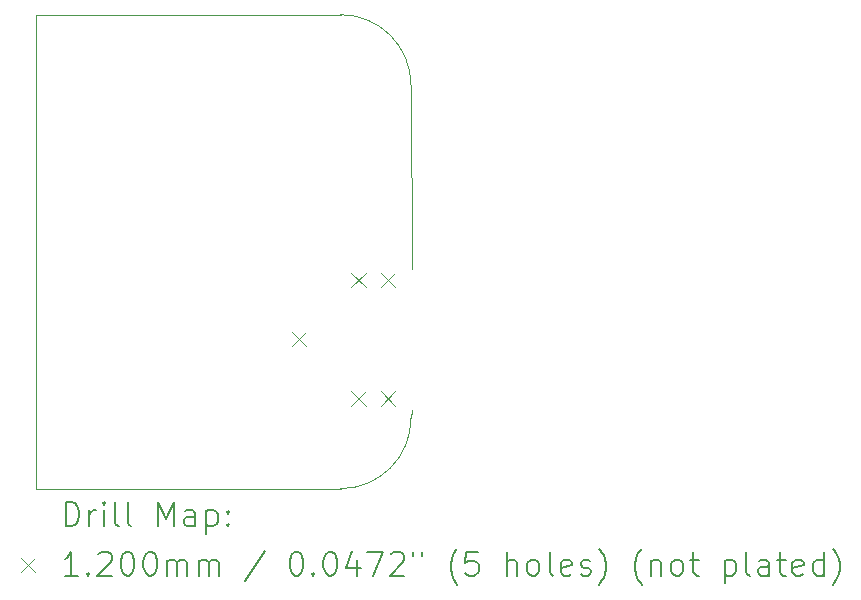
<source format=gbr>
%FSLAX45Y45*%
G04 Gerber Fmt 4.5, Leading zero omitted, Abs format (unit mm)*
G04 Created by KiCad (PCBNEW (6.0.0)) date 2022-11-09 00:51:09*
%MOMM*%
%LPD*%
G01*
G04 APERTURE LIST*
%TA.AperFunction,Profile*%
%ADD10C,0.100000*%
%TD*%
%ADD11C,0.200000*%
%ADD12C,0.120000*%
G04 APERTURE END LIST*
D10*
X14148100Y-8763000D02*
X14152800Y-8696250D01*
X10972800Y-5346700D02*
X10972800Y-9258300D01*
X13170200Y-5346700D02*
X13551200Y-5346700D01*
X13551200Y-9359900D02*
G75*
G03*
X14148100Y-8763000I0J596900D01*
G01*
X14152800Y-7496250D02*
X14148100Y-5943600D01*
X14148100Y-5943600D02*
G75*
G03*
X13551200Y-5346700I-596900J0D01*
G01*
X13551200Y-9359900D02*
X10972800Y-9359900D01*
X13170200Y-5346700D02*
X10972800Y-5346700D01*
X10972800Y-9258300D02*
X10972800Y-9359900D01*
D11*
D12*
X13142800Y-8036250D02*
X13262800Y-8156250D01*
X13262800Y-8036250D02*
X13142800Y-8156250D01*
X13642800Y-7536250D02*
X13762800Y-7656250D01*
X13762800Y-7536250D02*
X13642800Y-7656250D01*
X13642800Y-8536250D02*
X13762800Y-8656250D01*
X13762800Y-8536250D02*
X13642800Y-8656250D01*
X13892800Y-7536250D02*
X14012800Y-7656250D01*
X14012800Y-7536250D02*
X13892800Y-7656250D01*
X13892800Y-8536250D02*
X14012800Y-8656250D01*
X14012800Y-8536250D02*
X13892800Y-8656250D01*
D11*
X11225419Y-9675376D02*
X11225419Y-9475376D01*
X11273038Y-9475376D01*
X11301609Y-9484900D01*
X11320657Y-9503948D01*
X11330181Y-9522995D01*
X11339705Y-9561090D01*
X11339705Y-9589662D01*
X11330181Y-9627757D01*
X11320657Y-9646805D01*
X11301609Y-9665852D01*
X11273038Y-9675376D01*
X11225419Y-9675376D01*
X11425419Y-9675376D02*
X11425419Y-9542043D01*
X11425419Y-9580138D02*
X11434943Y-9561090D01*
X11444467Y-9551567D01*
X11463514Y-9542043D01*
X11482562Y-9542043D01*
X11549228Y-9675376D02*
X11549228Y-9542043D01*
X11549228Y-9475376D02*
X11539705Y-9484900D01*
X11549228Y-9494424D01*
X11558752Y-9484900D01*
X11549228Y-9475376D01*
X11549228Y-9494424D01*
X11673038Y-9675376D02*
X11653990Y-9665852D01*
X11644467Y-9646805D01*
X11644467Y-9475376D01*
X11777800Y-9675376D02*
X11758752Y-9665852D01*
X11749228Y-9646805D01*
X11749228Y-9475376D01*
X12006371Y-9675376D02*
X12006371Y-9475376D01*
X12073038Y-9618233D01*
X12139705Y-9475376D01*
X12139705Y-9675376D01*
X12320657Y-9675376D02*
X12320657Y-9570614D01*
X12311133Y-9551567D01*
X12292086Y-9542043D01*
X12253990Y-9542043D01*
X12234943Y-9551567D01*
X12320657Y-9665852D02*
X12301609Y-9675376D01*
X12253990Y-9675376D01*
X12234943Y-9665852D01*
X12225419Y-9646805D01*
X12225419Y-9627757D01*
X12234943Y-9608710D01*
X12253990Y-9599186D01*
X12301609Y-9599186D01*
X12320657Y-9589662D01*
X12415895Y-9542043D02*
X12415895Y-9742043D01*
X12415895Y-9551567D02*
X12434943Y-9542043D01*
X12473038Y-9542043D01*
X12492086Y-9551567D01*
X12501609Y-9561090D01*
X12511133Y-9580138D01*
X12511133Y-9637281D01*
X12501609Y-9656329D01*
X12492086Y-9665852D01*
X12473038Y-9675376D01*
X12434943Y-9675376D01*
X12415895Y-9665852D01*
X12596848Y-9656329D02*
X12606371Y-9665852D01*
X12596848Y-9675376D01*
X12587324Y-9665852D01*
X12596848Y-9656329D01*
X12596848Y-9675376D01*
X12596848Y-9551567D02*
X12606371Y-9561090D01*
X12596848Y-9570614D01*
X12587324Y-9561090D01*
X12596848Y-9551567D01*
X12596848Y-9570614D01*
D12*
X10847800Y-9944900D02*
X10967800Y-10064900D01*
X10967800Y-9944900D02*
X10847800Y-10064900D01*
D11*
X11330181Y-10095376D02*
X11215895Y-10095376D01*
X11273038Y-10095376D02*
X11273038Y-9895376D01*
X11253990Y-9923948D01*
X11234943Y-9942995D01*
X11215895Y-9952519D01*
X11415895Y-10076329D02*
X11425419Y-10085852D01*
X11415895Y-10095376D01*
X11406371Y-10085852D01*
X11415895Y-10076329D01*
X11415895Y-10095376D01*
X11501609Y-9914424D02*
X11511133Y-9904900D01*
X11530181Y-9895376D01*
X11577800Y-9895376D01*
X11596848Y-9904900D01*
X11606371Y-9914424D01*
X11615895Y-9933471D01*
X11615895Y-9952519D01*
X11606371Y-9981090D01*
X11492086Y-10095376D01*
X11615895Y-10095376D01*
X11739705Y-9895376D02*
X11758752Y-9895376D01*
X11777800Y-9904900D01*
X11787324Y-9914424D01*
X11796848Y-9933471D01*
X11806371Y-9971567D01*
X11806371Y-10019186D01*
X11796848Y-10057281D01*
X11787324Y-10076329D01*
X11777800Y-10085852D01*
X11758752Y-10095376D01*
X11739705Y-10095376D01*
X11720657Y-10085852D01*
X11711133Y-10076329D01*
X11701609Y-10057281D01*
X11692086Y-10019186D01*
X11692086Y-9971567D01*
X11701609Y-9933471D01*
X11711133Y-9914424D01*
X11720657Y-9904900D01*
X11739705Y-9895376D01*
X11930181Y-9895376D02*
X11949228Y-9895376D01*
X11968276Y-9904900D01*
X11977800Y-9914424D01*
X11987324Y-9933471D01*
X11996848Y-9971567D01*
X11996848Y-10019186D01*
X11987324Y-10057281D01*
X11977800Y-10076329D01*
X11968276Y-10085852D01*
X11949228Y-10095376D01*
X11930181Y-10095376D01*
X11911133Y-10085852D01*
X11901609Y-10076329D01*
X11892086Y-10057281D01*
X11882562Y-10019186D01*
X11882562Y-9971567D01*
X11892086Y-9933471D01*
X11901609Y-9914424D01*
X11911133Y-9904900D01*
X11930181Y-9895376D01*
X12082562Y-10095376D02*
X12082562Y-9962043D01*
X12082562Y-9981090D02*
X12092086Y-9971567D01*
X12111133Y-9962043D01*
X12139705Y-9962043D01*
X12158752Y-9971567D01*
X12168276Y-9990614D01*
X12168276Y-10095376D01*
X12168276Y-9990614D02*
X12177800Y-9971567D01*
X12196848Y-9962043D01*
X12225419Y-9962043D01*
X12244467Y-9971567D01*
X12253990Y-9990614D01*
X12253990Y-10095376D01*
X12349228Y-10095376D02*
X12349228Y-9962043D01*
X12349228Y-9981090D02*
X12358752Y-9971567D01*
X12377800Y-9962043D01*
X12406371Y-9962043D01*
X12425419Y-9971567D01*
X12434943Y-9990614D01*
X12434943Y-10095376D01*
X12434943Y-9990614D02*
X12444467Y-9971567D01*
X12463514Y-9962043D01*
X12492086Y-9962043D01*
X12511133Y-9971567D01*
X12520657Y-9990614D01*
X12520657Y-10095376D01*
X12911133Y-9885852D02*
X12739705Y-10142995D01*
X13168276Y-9895376D02*
X13187324Y-9895376D01*
X13206371Y-9904900D01*
X13215895Y-9914424D01*
X13225419Y-9933471D01*
X13234943Y-9971567D01*
X13234943Y-10019186D01*
X13225419Y-10057281D01*
X13215895Y-10076329D01*
X13206371Y-10085852D01*
X13187324Y-10095376D01*
X13168276Y-10095376D01*
X13149228Y-10085852D01*
X13139705Y-10076329D01*
X13130181Y-10057281D01*
X13120657Y-10019186D01*
X13120657Y-9971567D01*
X13130181Y-9933471D01*
X13139705Y-9914424D01*
X13149228Y-9904900D01*
X13168276Y-9895376D01*
X13320657Y-10076329D02*
X13330181Y-10085852D01*
X13320657Y-10095376D01*
X13311133Y-10085852D01*
X13320657Y-10076329D01*
X13320657Y-10095376D01*
X13453990Y-9895376D02*
X13473038Y-9895376D01*
X13492086Y-9904900D01*
X13501609Y-9914424D01*
X13511133Y-9933471D01*
X13520657Y-9971567D01*
X13520657Y-10019186D01*
X13511133Y-10057281D01*
X13501609Y-10076329D01*
X13492086Y-10085852D01*
X13473038Y-10095376D01*
X13453990Y-10095376D01*
X13434943Y-10085852D01*
X13425419Y-10076329D01*
X13415895Y-10057281D01*
X13406371Y-10019186D01*
X13406371Y-9971567D01*
X13415895Y-9933471D01*
X13425419Y-9914424D01*
X13434943Y-9904900D01*
X13453990Y-9895376D01*
X13692086Y-9962043D02*
X13692086Y-10095376D01*
X13644467Y-9885852D02*
X13596848Y-10028710D01*
X13720657Y-10028710D01*
X13777800Y-9895376D02*
X13911133Y-9895376D01*
X13825419Y-10095376D01*
X13977800Y-9914424D02*
X13987324Y-9904900D01*
X14006371Y-9895376D01*
X14053990Y-9895376D01*
X14073038Y-9904900D01*
X14082562Y-9914424D01*
X14092086Y-9933471D01*
X14092086Y-9952519D01*
X14082562Y-9981090D01*
X13968276Y-10095376D01*
X14092086Y-10095376D01*
X14168276Y-9895376D02*
X14168276Y-9933471D01*
X14244467Y-9895376D02*
X14244467Y-9933471D01*
X14539705Y-10171567D02*
X14530181Y-10162043D01*
X14511133Y-10133471D01*
X14501609Y-10114424D01*
X14492086Y-10085852D01*
X14482562Y-10038233D01*
X14482562Y-10000138D01*
X14492086Y-9952519D01*
X14501609Y-9923948D01*
X14511133Y-9904900D01*
X14530181Y-9876329D01*
X14539705Y-9866805D01*
X14711133Y-9895376D02*
X14615895Y-9895376D01*
X14606371Y-9990614D01*
X14615895Y-9981090D01*
X14634943Y-9971567D01*
X14682562Y-9971567D01*
X14701609Y-9981090D01*
X14711133Y-9990614D01*
X14720657Y-10009662D01*
X14720657Y-10057281D01*
X14711133Y-10076329D01*
X14701609Y-10085852D01*
X14682562Y-10095376D01*
X14634943Y-10095376D01*
X14615895Y-10085852D01*
X14606371Y-10076329D01*
X14958752Y-10095376D02*
X14958752Y-9895376D01*
X15044467Y-10095376D02*
X15044467Y-9990614D01*
X15034943Y-9971567D01*
X15015895Y-9962043D01*
X14987324Y-9962043D01*
X14968276Y-9971567D01*
X14958752Y-9981090D01*
X15168276Y-10095376D02*
X15149228Y-10085852D01*
X15139705Y-10076329D01*
X15130181Y-10057281D01*
X15130181Y-10000138D01*
X15139705Y-9981090D01*
X15149228Y-9971567D01*
X15168276Y-9962043D01*
X15196848Y-9962043D01*
X15215895Y-9971567D01*
X15225419Y-9981090D01*
X15234943Y-10000138D01*
X15234943Y-10057281D01*
X15225419Y-10076329D01*
X15215895Y-10085852D01*
X15196848Y-10095376D01*
X15168276Y-10095376D01*
X15349228Y-10095376D02*
X15330181Y-10085852D01*
X15320657Y-10066805D01*
X15320657Y-9895376D01*
X15501609Y-10085852D02*
X15482562Y-10095376D01*
X15444467Y-10095376D01*
X15425419Y-10085852D01*
X15415895Y-10066805D01*
X15415895Y-9990614D01*
X15425419Y-9971567D01*
X15444467Y-9962043D01*
X15482562Y-9962043D01*
X15501609Y-9971567D01*
X15511133Y-9990614D01*
X15511133Y-10009662D01*
X15415895Y-10028710D01*
X15587324Y-10085852D02*
X15606371Y-10095376D01*
X15644467Y-10095376D01*
X15663514Y-10085852D01*
X15673038Y-10066805D01*
X15673038Y-10057281D01*
X15663514Y-10038233D01*
X15644467Y-10028710D01*
X15615895Y-10028710D01*
X15596848Y-10019186D01*
X15587324Y-10000138D01*
X15587324Y-9990614D01*
X15596848Y-9971567D01*
X15615895Y-9962043D01*
X15644467Y-9962043D01*
X15663514Y-9971567D01*
X15739705Y-10171567D02*
X15749228Y-10162043D01*
X15768276Y-10133471D01*
X15777800Y-10114424D01*
X15787324Y-10085852D01*
X15796848Y-10038233D01*
X15796848Y-10000138D01*
X15787324Y-9952519D01*
X15777800Y-9923948D01*
X15768276Y-9904900D01*
X15749228Y-9876329D01*
X15739705Y-9866805D01*
X16101609Y-10171567D02*
X16092086Y-10162043D01*
X16073038Y-10133471D01*
X16063514Y-10114424D01*
X16053990Y-10085852D01*
X16044467Y-10038233D01*
X16044467Y-10000138D01*
X16053990Y-9952519D01*
X16063514Y-9923948D01*
X16073038Y-9904900D01*
X16092086Y-9876329D01*
X16101609Y-9866805D01*
X16177800Y-9962043D02*
X16177800Y-10095376D01*
X16177800Y-9981090D02*
X16187324Y-9971567D01*
X16206371Y-9962043D01*
X16234943Y-9962043D01*
X16253990Y-9971567D01*
X16263514Y-9990614D01*
X16263514Y-10095376D01*
X16387324Y-10095376D02*
X16368276Y-10085852D01*
X16358752Y-10076329D01*
X16349228Y-10057281D01*
X16349228Y-10000138D01*
X16358752Y-9981090D01*
X16368276Y-9971567D01*
X16387324Y-9962043D01*
X16415895Y-9962043D01*
X16434943Y-9971567D01*
X16444467Y-9981090D01*
X16453990Y-10000138D01*
X16453990Y-10057281D01*
X16444467Y-10076329D01*
X16434943Y-10085852D01*
X16415895Y-10095376D01*
X16387324Y-10095376D01*
X16511133Y-9962043D02*
X16587324Y-9962043D01*
X16539705Y-9895376D02*
X16539705Y-10066805D01*
X16549228Y-10085852D01*
X16568276Y-10095376D01*
X16587324Y-10095376D01*
X16806371Y-9962043D02*
X16806371Y-10162043D01*
X16806371Y-9971567D02*
X16825419Y-9962043D01*
X16863514Y-9962043D01*
X16882562Y-9971567D01*
X16892086Y-9981090D01*
X16901610Y-10000138D01*
X16901610Y-10057281D01*
X16892086Y-10076329D01*
X16882562Y-10085852D01*
X16863514Y-10095376D01*
X16825419Y-10095376D01*
X16806371Y-10085852D01*
X17015895Y-10095376D02*
X16996848Y-10085852D01*
X16987324Y-10066805D01*
X16987324Y-9895376D01*
X17177800Y-10095376D02*
X17177800Y-9990614D01*
X17168276Y-9971567D01*
X17149229Y-9962043D01*
X17111133Y-9962043D01*
X17092086Y-9971567D01*
X17177800Y-10085852D02*
X17158752Y-10095376D01*
X17111133Y-10095376D01*
X17092086Y-10085852D01*
X17082562Y-10066805D01*
X17082562Y-10047757D01*
X17092086Y-10028710D01*
X17111133Y-10019186D01*
X17158752Y-10019186D01*
X17177800Y-10009662D01*
X17244467Y-9962043D02*
X17320657Y-9962043D01*
X17273038Y-9895376D02*
X17273038Y-10066805D01*
X17282562Y-10085852D01*
X17301610Y-10095376D01*
X17320657Y-10095376D01*
X17463514Y-10085852D02*
X17444467Y-10095376D01*
X17406371Y-10095376D01*
X17387324Y-10085852D01*
X17377800Y-10066805D01*
X17377800Y-9990614D01*
X17387324Y-9971567D01*
X17406371Y-9962043D01*
X17444467Y-9962043D01*
X17463514Y-9971567D01*
X17473038Y-9990614D01*
X17473038Y-10009662D01*
X17377800Y-10028710D01*
X17644467Y-10095376D02*
X17644467Y-9895376D01*
X17644467Y-10085852D02*
X17625419Y-10095376D01*
X17587324Y-10095376D01*
X17568276Y-10085852D01*
X17558752Y-10076329D01*
X17549229Y-10057281D01*
X17549229Y-10000138D01*
X17558752Y-9981090D01*
X17568276Y-9971567D01*
X17587324Y-9962043D01*
X17625419Y-9962043D01*
X17644467Y-9971567D01*
X17720657Y-10171567D02*
X17730181Y-10162043D01*
X17749229Y-10133471D01*
X17758752Y-10114424D01*
X17768276Y-10085852D01*
X17777800Y-10038233D01*
X17777800Y-10000138D01*
X17768276Y-9952519D01*
X17758752Y-9923948D01*
X17749229Y-9904900D01*
X17730181Y-9876329D01*
X17720657Y-9866805D01*
M02*

</source>
